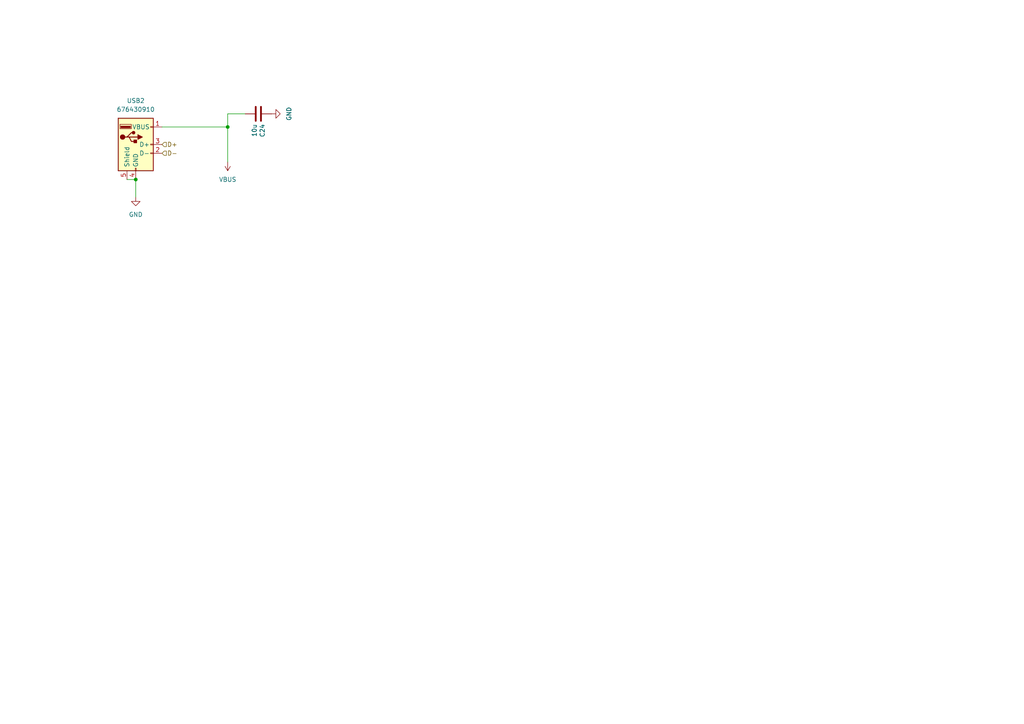
<source format=kicad_sch>
(kicad_sch (version 20250114) (generator "eeschema") (generator_version "9.0")
  (paper "A4")
  (title_block (title "Protea") (date "2025-03-08") (rev "2.03") (company "Mikhail Matveev") (comment 1 "https://github.com/xtremespb/frank"))
  (lib_symbols
    (symbol "Connector:USB_A" (pin_names (offset 1.016))
      (property "Reference" "J" (at -5.08 11.43 0))
      (property "Value" "USB_A" (at -5.08 8.89 0))
      (symbol "USB_A_0_1"
        (rectangle (start -5.08 -7.62) (end 5.08 7.62) (stroke (width 0.254)) (fill (type background)))
        (circle (center -3.81 2.159) (radius 0.635) (stroke (width 0.254)) (fill (type outline)))
        (polyline (pts (xy -3.175 2.159) (xy -2.54 2.159) (xy -1.27 3.429) (xy -0.635 3.429)) (stroke (width 0.254)))
        (polyline (pts (xy -2.54 2.159) (xy -1.905 2.159) (xy -1.27 0.889) (xy 0 0.889)) (stroke (width 0.254)))
        (rectangle (start -1.524 4.826) (end -4.318 5.334) (fill (type outline)))
        (rectangle (start -1.27 4.572) (end -4.572 5.842))
        (circle (center -0.635 3.429) (radius 0.381) (stroke (width 0.254)) (fill (type outline)))
        (rectangle (start -0.127 -7.62) (end 0.127 -6.858))
        (rectangle (start 0.254 1.27) (end -0.508 0.508) (stroke (width 0.254)) (fill (type outline)))
        (polyline (pts (xy 0.635 2.794) (xy 0.635 1.524) (xy 1.905 2.159) (xy 0.635 2.794)) (stroke (width 0.254)) (fill (type outline)))
        (rectangle (start 5.08 4.953) (end 4.318 5.207))
        (rectangle (start 5.08 -0.127) (end 4.318 0.127))
        (rectangle (start 5.08 -2.667) (end 4.318 -2.413))
      )
      (symbol "USB_A_1_1"
        (polyline (pts (xy -1.905 2.159) (xy 0.635 2.159)) (stroke (width 0.254)))
        (pin passive line (at -2.54 -10.16 90) (length 2.54) (name "Shield") (number "5"))
        (pin power_in line (at 0 -10.16 90) (length 2.54) (name "GND") (number "4"))
        (pin power_in line (at 7.62 5.08 180) (length 2.54) (name "VBUS") (number "1"))
        (pin bidirectional line (at 7.62 0 180) (length 2.54) (name "D+") (number "3"))
        (pin bidirectional line (at 7.62 -2.54 180) (length 2.54) (name "D-") (number "2"))
      )
    )
    (symbol "Device:C" (pin_numbers (hide yes)) (pin_names (offset 0.254))
      (property "Reference" "C" (at 0.635 2.54 0))
      (property "Value" "C" (at 0.635 -2.54 0))
      (symbol "C_0_1"
        (polyline (pts (xy -2.032 0.762) (xy 2.032 0.762)) (stroke (width 0.508)))
        (polyline (pts (xy -2.032 -0.762) (xy 2.032 -0.762)) (stroke (width 0.508)))
      )
      (symbol "C_1_1"
        (pin passive line (at 0 3.81 270) (length 2.794) (name "~") (number "1"))
        (pin passive line (at 0 -3.81 90) (length 2.794) (name "~") (number "2"))
      )
    )
    (symbol "power:GND" (power) (pin_numbers (hide yes)) (pin_names (offset 0) (hide yes))
      (property "Value" "GND" (at 0 -3.81 0))
      (symbol "GND_0_1"
        (polyline (pts (xy 0 0) (xy 0 -1.27) (xy 1.27 -1.27) (xy 0 -2.54) (xy -1.27 -1.27) (xy 0 -1.27)))
      )
      (symbol "GND_1_1"
        (pin power_in line (at 0 0 270) (length 0) (name "~") (number "1"))
      )
    )
    (symbol "power:VBUS" (power) (pin_numbers (hide yes)) (pin_names (offset 0) (hide yes))
      (property "Value" "VBUS" (at 0 3.556 0))
      (symbol "VBUS_0_1"
        (polyline (pts (xy -0.762 1.27) (xy 0 2.54)))
        (polyline (pts (xy 0 2.54) (xy 0.762 1.27)))
        (polyline (pts (xy 0 0) (xy 0 2.54)))
      )
      (symbol "VBUS_1_1"
        (pin power_in line (at 0 0 90) (length 0) (name "~") (number "1"))
      )
    )
  )
  (junction (at 66.04 36.83))
  (junction (at 39.37 52.07))
  (wire (pts (xy 39.37 52.07) (xy 39.37 57.15)))
  (wire (pts (xy 66.04 33.02) (xy 71.12 33.02)))
  (wire (pts (xy 36.83 52.07) (xy 39.37 52.07)))
  (wire (pts (xy 66.04 46.99) (xy 66.04 36.83)))
  (wire (pts (xy 46.99 36.83) (xy 66.04 36.83)))
  (wire (pts (xy 66.04 33.02) (xy 66.04 36.83)))
  (hierarchical_label "D-" (shape input) (at 46.99 44.45 0))
  (hierarchical_label "D+" (shape input) (at 46.99 41.91 0))
  (symbol (lib_id "Device:C") (at 74.93 33.02 270) (unit 1)
    (property "Reference" "C24" (at 76.0984 35.941 0) (effects (justify left)))
    (property "Value" "10u" (at 73.787 35.941 0) (effects (justify left)))
    (property "Footprint" "FRANK:Capacitor (0805)" (effects (hide yes)))
    (property "Datasheet" "https://eu.mouser.com/datasheet/2/40/KGM_X7R-3223212.pdf" (effects (hide yes)))
    (property "AliExpress" "https://www.aliexpress.com/item/33008008276.html" (effects (hide yes)))
  )
  (symbol (lib_id "power:VBUS") (at 66.04 46.99 180) (unit 1)
    (property "Reference" "#PWR045" (effects (hide yes)))
    (property "Value" "VBUS" (at 66.04 52.07 0))
    (property "Description" "Power symbol creates a global label with name \"VBUS\"" (effects (hide yes)))
  )
  (symbol (lib_id "power:GND") (at 39.37 57.15 0) (unit 1)
    (property "Reference" "#PWR046" (effects (hide yes)))
    (property "Value" "GND" (at 39.37 62.23 0))
    (property "Description" "Power symbol creates a global label with name \"GND\" , ground" (effects (hide yes)))
  )
  (symbol (lib_id "Connector:USB_A") (at 39.37 41.91 0) (unit 1)
    (property "Reference" "USB2" (at 39.37 29.21 0))
    (property "Value" "676430910" (at 39.37 31.75 0))
    (property "Footprint" "FRANK:USB Type A (single)" (effects (hide yes)))
    (property "Description" "USB Type A connector" (effects (hide yes)))
  )
  (symbol (lib_id "power:GND") (at 78.74 33.02 90) (unit 1)
    (property "Reference" "#PWR044" (effects (hide yes)))
    (property "Value" "GND" (at 83.82 33.02 0))
    (property "Description" "Power symbol creates a global label with name \"GND\" , ground" (effects (hide yes)))
  )
)
</source>
